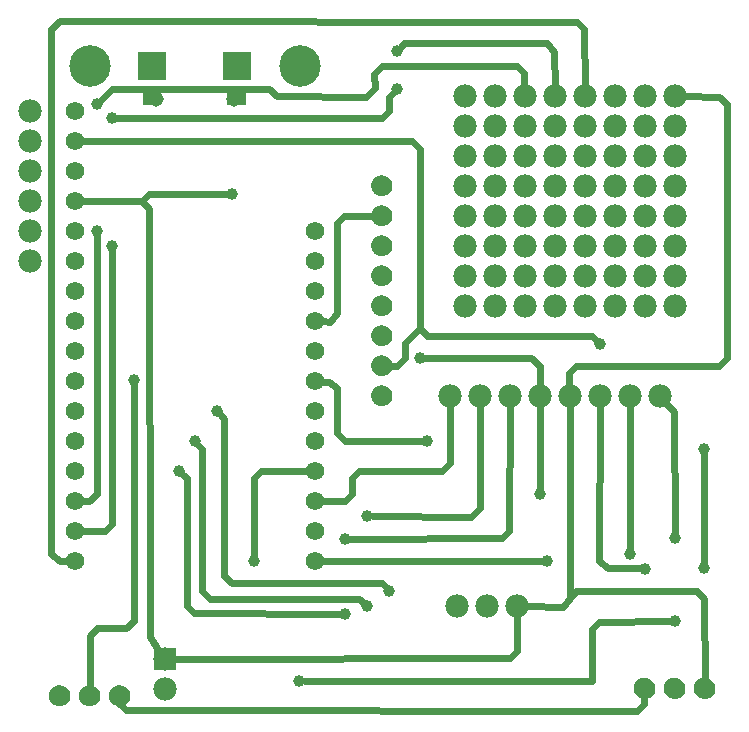
<source format=gbl>
G04 MADE WITH FRITZING*
G04 WWW.FRITZING.ORG*
G04 DOUBLE SIDED*
G04 HOLES PLATED*
G04 CONTOUR ON CENTER OF CONTOUR VECTOR*
%ASAXBY*%
%FSLAX23Y23*%
%MOIN*%
%OFA0B0*%
%SFA1.0B1.0*%
%ADD10C,0.138425*%
%ADD11C,0.095000*%
%ADD12C,0.051496*%
%ADD13C,0.062000*%
%ADD14C,0.078000*%
%ADD15C,0.070000*%
%ADD16C,0.039370*%
%ADD17R,0.095000X0.095000*%
%ADD18R,0.078000X0.078000*%
%ADD19C,0.024000*%
%ADD20R,0.001000X0.001000*%
%LNCOPPER0*%
G90*
G70*
G54D10*
X276Y2235D03*
G54D11*
X767Y2235D03*
G54D12*
X756Y2125D03*
G54D13*
X226Y585D03*
X226Y685D03*
X226Y785D03*
X226Y885D03*
X226Y985D03*
X226Y1085D03*
X226Y1185D03*
X226Y1285D03*
X226Y1385D03*
G54D10*
X976Y2235D03*
G54D13*
X226Y1485D03*
X226Y1585D03*
X226Y1685D03*
X226Y1785D03*
X226Y1885D03*
X226Y1985D03*
X226Y2085D03*
X1026Y1685D03*
X1026Y1585D03*
X1026Y1485D03*
X1026Y1385D03*
X1026Y1285D03*
X1026Y1185D03*
X1026Y1085D03*
X1026Y985D03*
X1026Y885D03*
X1026Y785D03*
X1026Y685D03*
X1026Y585D03*
G54D12*
X496Y2125D03*
G54D11*
X484Y2235D03*
G54D14*
X76Y2085D03*
X76Y1985D03*
X76Y1885D03*
X76Y1785D03*
X76Y1685D03*
X76Y1585D03*
G54D15*
X176Y135D03*
X276Y135D03*
X376Y135D03*
G54D16*
X423Y1188D03*
G54D15*
X1251Y1835D03*
X1251Y1735D03*
X1251Y1635D03*
X1251Y1535D03*
X1251Y1435D03*
X1251Y1335D03*
X1251Y1235D03*
X1251Y1135D03*
G54D16*
X2226Y662D03*
X1376Y1261D03*
X751Y1809D03*
X1802Y585D03*
X2076Y609D03*
X575Y886D03*
X1126Y410D03*
X1126Y660D03*
X626Y985D03*
X1201Y435D03*
X1201Y735D03*
G54D14*
X1476Y1135D03*
X1576Y1135D03*
X1676Y1135D03*
X1776Y1135D03*
X1876Y1135D03*
X1976Y1135D03*
X2076Y1135D03*
X2176Y1135D03*
G54D16*
X701Y1085D03*
X1275Y485D03*
X1776Y810D03*
X825Y585D03*
X974Y186D03*
X2226Y385D03*
X1400Y987D03*
X2325Y959D03*
X2325Y561D03*
X302Y1687D03*
X301Y2110D03*
X350Y1635D03*
X350Y2061D03*
X1301Y2160D03*
X1301Y2285D03*
X1976Y1310D03*
X2126Y560D03*
G54D14*
X526Y260D03*
X526Y160D03*
G54D15*
X2126Y160D03*
X2226Y160D03*
X2326Y160D03*
G54D14*
X2126Y2135D03*
X2126Y2035D03*
X2126Y1935D03*
X2126Y1835D03*
X2126Y1735D03*
X2126Y1635D03*
X2126Y1535D03*
X2126Y1435D03*
X2126Y2135D03*
X2126Y2035D03*
X2126Y1935D03*
X2126Y1835D03*
X2126Y1735D03*
X2126Y1635D03*
X2126Y1535D03*
X2126Y1435D03*
X2226Y1435D03*
X2226Y1535D03*
X2226Y1635D03*
X2226Y1735D03*
X2226Y1835D03*
X2226Y1935D03*
X2226Y2035D03*
X2226Y2135D03*
X1926Y2135D03*
X1926Y2035D03*
X1926Y1935D03*
X1926Y1835D03*
X1926Y1735D03*
X1926Y1635D03*
X1926Y1535D03*
X1926Y1435D03*
X1926Y2135D03*
X1926Y2035D03*
X1926Y1935D03*
X1926Y1835D03*
X1926Y1735D03*
X1926Y1635D03*
X1926Y1535D03*
X1926Y1435D03*
X2026Y1435D03*
X2026Y1535D03*
X2026Y1635D03*
X2026Y1735D03*
X2026Y1835D03*
X2026Y1935D03*
X2026Y2035D03*
X2026Y2135D03*
X1726Y2135D03*
X1726Y2035D03*
X1726Y1935D03*
X1726Y1835D03*
X1726Y1735D03*
X1726Y1635D03*
X1726Y1535D03*
X1726Y1435D03*
X1726Y2135D03*
X1726Y2035D03*
X1726Y1935D03*
X1726Y1835D03*
X1726Y1735D03*
X1726Y1635D03*
X1726Y1535D03*
X1726Y1435D03*
X1826Y1435D03*
X1826Y1535D03*
X1826Y1635D03*
X1826Y1735D03*
X1826Y1835D03*
X1826Y1935D03*
X1826Y2035D03*
X1826Y2135D03*
X1526Y2135D03*
X1526Y2035D03*
X1526Y1935D03*
X1526Y1835D03*
X1526Y1735D03*
X1526Y1635D03*
X1526Y1535D03*
X1526Y1435D03*
X1526Y2135D03*
X1526Y2035D03*
X1526Y1935D03*
X1526Y1835D03*
X1526Y1735D03*
X1526Y1635D03*
X1526Y1535D03*
X1526Y1435D03*
X1626Y1435D03*
X1626Y1535D03*
X1626Y1635D03*
X1626Y1735D03*
X1626Y1835D03*
X1626Y1935D03*
X1626Y2035D03*
X1626Y2135D03*
X1701Y435D03*
X1601Y435D03*
X1501Y435D03*
G54D17*
X767Y2235D03*
X484Y2235D03*
G54D18*
X526Y260D03*
G54D19*
X301Y361D02*
X399Y361D01*
D02*
X277Y337D02*
X301Y361D01*
D02*
X399Y361D02*
X423Y386D01*
D02*
X423Y386D02*
X423Y1169D01*
D02*
X276Y162D02*
X277Y337D01*
D02*
X2100Y86D02*
X399Y88D01*
D02*
X2125Y110D02*
X2100Y86D01*
D02*
X399Y88D02*
X374Y112D01*
D02*
X374Y112D02*
X374Y109D01*
D02*
X2125Y134D02*
X2125Y110D01*
D02*
X1125Y1735D02*
X1225Y1735D01*
D02*
X1101Y1711D02*
X1125Y1735D01*
D02*
X1101Y1411D02*
X1101Y1711D01*
D02*
X1076Y1384D02*
X1101Y1411D01*
D02*
X1054Y1385D02*
X1076Y1384D01*
D02*
X1776Y1235D02*
X1776Y1166D01*
D02*
X1749Y1261D02*
X1776Y1235D01*
D02*
X1395Y1261D02*
X1749Y1261D01*
D02*
X474Y1809D02*
X732Y1809D01*
D02*
X451Y1785D02*
X474Y1809D01*
D02*
X1302Y1235D02*
X1277Y1235D01*
D02*
X1326Y1261D02*
X1302Y1235D01*
D02*
X1326Y1312D02*
X1326Y1261D01*
D02*
X1376Y1362D02*
X1326Y1312D01*
D02*
X1783Y585D02*
X1054Y585D01*
D02*
X2076Y1105D02*
X2076Y628D01*
D02*
X1676Y1105D02*
X1674Y685D01*
D02*
X1674Y685D02*
X1650Y661D01*
D02*
X1650Y661D02*
X1145Y660D01*
D02*
X1107Y410D02*
X624Y412D01*
D02*
X624Y412D02*
X600Y436D01*
D02*
X600Y436D02*
X600Y862D01*
D02*
X600Y862D02*
X589Y873D01*
D02*
X1175Y460D02*
X676Y460D01*
D02*
X1576Y1105D02*
X1577Y762D01*
D02*
X1577Y762D02*
X1549Y734D01*
D02*
X1549Y734D02*
X1220Y735D01*
D02*
X1187Y449D02*
X1175Y460D01*
D02*
X676Y460D02*
X652Y485D01*
D02*
X652Y485D02*
X652Y959D01*
D02*
X652Y959D02*
X639Y972D01*
D02*
X1776Y829D02*
X1776Y1105D01*
D02*
X1251Y512D02*
X1263Y499D01*
D02*
X752Y512D02*
X1251Y512D01*
D02*
X725Y536D02*
X752Y512D01*
D02*
X725Y1060D02*
X725Y536D01*
D02*
X714Y1072D02*
X725Y1060D01*
D02*
X1476Y911D02*
X1476Y1105D01*
D02*
X1452Y886D02*
X1476Y911D01*
D02*
X1175Y886D02*
X1452Y886D01*
D02*
X1151Y862D02*
X1175Y886D01*
D02*
X1151Y810D02*
X1151Y862D01*
D02*
X1126Y786D02*
X1151Y810D01*
D02*
X1054Y786D02*
X1126Y786D01*
D02*
X849Y886D02*
X825Y862D01*
D02*
X825Y862D02*
X825Y604D01*
D02*
X997Y886D02*
X849Y886D01*
D02*
X1951Y360D02*
X1975Y384D01*
D02*
X1975Y384D02*
X2207Y385D01*
D02*
X1951Y186D02*
X1951Y360D01*
D02*
X2225Y1084D02*
X2197Y1114D01*
D02*
X2226Y681D02*
X2225Y1084D01*
D02*
X993Y186D02*
X1951Y186D01*
D02*
X1126Y986D02*
X1381Y987D01*
D02*
X1100Y1012D02*
X1126Y986D01*
D02*
X1100Y1161D02*
X1100Y1012D01*
D02*
X1074Y1184D02*
X1100Y1161D01*
D02*
X1054Y1184D02*
X1074Y1184D01*
D02*
X2325Y940D02*
X2325Y580D01*
D02*
X274Y786D02*
X254Y786D01*
D02*
X1725Y2211D02*
X1701Y2235D01*
D02*
X1701Y2235D02*
X1251Y2235D01*
D02*
X1225Y2209D02*
X1227Y2162D01*
D02*
X1251Y2235D02*
X1225Y2209D01*
D02*
X1227Y2162D02*
X1199Y2134D01*
D02*
X1199Y2134D02*
X1199Y2134D01*
D02*
X901Y2136D02*
X875Y2160D01*
D02*
X875Y2160D02*
X350Y2160D01*
D02*
X1199Y2134D02*
X901Y2136D01*
D02*
X350Y2160D02*
X314Y2124D01*
D02*
X302Y1668D02*
X302Y810D01*
D02*
X302Y810D02*
X274Y786D01*
D02*
X1725Y2166D02*
X1725Y2211D01*
D02*
X350Y1616D02*
X350Y710D01*
D02*
X350Y710D02*
X326Y685D01*
D02*
X326Y685D02*
X254Y685D01*
D02*
X1825Y2284D02*
X1801Y2311D01*
D02*
X1801Y2311D02*
X1324Y2311D01*
D02*
X1324Y2311D02*
X1314Y2299D01*
D02*
X1288Y2147D02*
X1275Y2134D01*
D02*
X1275Y2134D02*
X1275Y2085D01*
D02*
X1275Y2085D02*
X1251Y2061D01*
D02*
X1251Y2061D02*
X369Y2061D01*
D02*
X1826Y2166D02*
X1825Y2284D01*
D02*
X1925Y2360D02*
X1901Y2384D01*
D02*
X1901Y2384D02*
X177Y2387D01*
D02*
X177Y2387D02*
X149Y2359D01*
D02*
X149Y2359D02*
X149Y609D01*
D02*
X1926Y2166D02*
X1925Y2360D01*
D02*
X149Y609D02*
X177Y585D01*
D02*
X177Y585D02*
X197Y585D01*
D02*
X2374Y2134D02*
X2402Y2110D01*
D02*
X2402Y2110D02*
X2402Y1261D01*
D02*
X2402Y1261D02*
X2374Y1236D01*
D02*
X2374Y1236D02*
X1899Y1236D01*
D02*
X1899Y1236D02*
X1875Y1212D01*
D02*
X1875Y1212D02*
X1875Y1166D01*
D02*
X2256Y2135D02*
X2374Y2134D01*
D02*
X1951Y1337D02*
X1963Y1324D01*
D02*
X1402Y1335D02*
X1951Y1337D01*
D02*
X1376Y1362D02*
X1402Y1335D01*
D02*
X1376Y1959D02*
X1376Y1362D01*
D02*
X1352Y1986D02*
X1376Y1959D01*
D02*
X254Y1985D02*
X1352Y1986D01*
D02*
X2004Y562D02*
X1973Y586D01*
D02*
X1973Y586D02*
X1976Y1105D01*
D02*
X2107Y561D02*
X2004Y562D01*
D02*
X477Y334D02*
X509Y286D01*
D02*
X474Y1759D02*
X477Y334D01*
D02*
X451Y1785D02*
X474Y1759D01*
D02*
X226Y1785D02*
X451Y1785D01*
D02*
X1701Y285D02*
X1701Y405D01*
D02*
X1676Y261D02*
X1701Y285D01*
D02*
X556Y260D02*
X1676Y261D01*
D02*
X1877Y463D02*
X1876Y1105D01*
D02*
X1854Y433D02*
X1877Y463D01*
D02*
X1731Y435D02*
X1854Y433D01*
D02*
X2325Y460D02*
X2326Y187D01*
D02*
X2301Y485D02*
X2325Y460D01*
D02*
X1899Y485D02*
X2301Y485D01*
D02*
X1877Y463D02*
X1899Y485D01*
G54D20*
X454Y2146D02*
X490Y2146D01*
X501Y2146D02*
X515Y2146D01*
X735Y2146D02*
X749Y2146D01*
X760Y2146D02*
X796Y2146D01*
X454Y2145D02*
X486Y2145D01*
X504Y2145D02*
X515Y2145D01*
X735Y2145D02*
X746Y2145D01*
X764Y2145D02*
X796Y2145D01*
X454Y2144D02*
X485Y2144D01*
X506Y2144D02*
X515Y2144D01*
X735Y2144D02*
X744Y2144D01*
X765Y2144D02*
X796Y2144D01*
X454Y2143D02*
X483Y2143D01*
X507Y2143D02*
X515Y2143D01*
X735Y2143D02*
X743Y2143D01*
X767Y2143D02*
X796Y2143D01*
X454Y2142D02*
X482Y2142D01*
X509Y2142D02*
X515Y2142D01*
X735Y2142D02*
X741Y2142D01*
X768Y2142D02*
X796Y2142D01*
X454Y2141D02*
X480Y2141D01*
X510Y2141D02*
X515Y2141D01*
X735Y2141D02*
X740Y2141D01*
X770Y2141D02*
X796Y2141D01*
X454Y2140D02*
X479Y2140D01*
X511Y2140D02*
X515Y2140D01*
X735Y2140D02*
X739Y2140D01*
X771Y2140D02*
X796Y2140D01*
X454Y2139D02*
X479Y2139D01*
X512Y2139D02*
X515Y2139D01*
X735Y2139D02*
X738Y2139D01*
X771Y2139D02*
X796Y2139D01*
X454Y2138D02*
X478Y2138D01*
X512Y2138D02*
X515Y2138D01*
X735Y2138D02*
X738Y2138D01*
X772Y2138D02*
X796Y2138D01*
X454Y2137D02*
X477Y2137D01*
X513Y2137D02*
X515Y2137D01*
X735Y2137D02*
X737Y2137D01*
X773Y2137D02*
X796Y2137D01*
X454Y2136D02*
X477Y2136D01*
X514Y2136D02*
X515Y2136D01*
X735Y2136D02*
X736Y2136D01*
X773Y2136D02*
X796Y2136D01*
X454Y2135D02*
X476Y2135D01*
X514Y2135D02*
X515Y2135D01*
X735Y2135D02*
X736Y2135D01*
X774Y2135D02*
X796Y2135D01*
X454Y2134D02*
X476Y2134D01*
X515Y2134D02*
X515Y2134D01*
X735Y2134D02*
X735Y2134D01*
X774Y2134D02*
X796Y2134D01*
X454Y2133D02*
X475Y2133D01*
X515Y2133D02*
X515Y2133D01*
X735Y2133D02*
X735Y2133D01*
X775Y2133D02*
X796Y2133D01*
X454Y2132D02*
X475Y2132D01*
X515Y2132D02*
X515Y2132D01*
X735Y2132D02*
X735Y2132D01*
X775Y2132D02*
X796Y2132D01*
X454Y2131D02*
X475Y2131D01*
X775Y2131D02*
X796Y2131D01*
X454Y2130D02*
X474Y2130D01*
X776Y2130D02*
X796Y2130D01*
X454Y2129D02*
X474Y2129D01*
X776Y2129D02*
X796Y2129D01*
X454Y2128D02*
X474Y2128D01*
X776Y2128D02*
X796Y2128D01*
X454Y2127D02*
X474Y2127D01*
X776Y2127D02*
X796Y2127D01*
X454Y2126D02*
X474Y2126D01*
X776Y2126D02*
X796Y2126D01*
X454Y2125D02*
X474Y2125D01*
X776Y2125D02*
X796Y2125D01*
X454Y2124D02*
X474Y2124D01*
X776Y2124D02*
X796Y2124D01*
X454Y2123D02*
X474Y2123D01*
X776Y2123D02*
X796Y2123D01*
X454Y2122D02*
X474Y2122D01*
X776Y2122D02*
X796Y2122D01*
X454Y2121D02*
X475Y2121D01*
X775Y2121D02*
X796Y2121D01*
X454Y2120D02*
X475Y2120D01*
X515Y2120D02*
X515Y2120D01*
X735Y2120D02*
X735Y2120D01*
X775Y2120D02*
X796Y2120D01*
X454Y2119D02*
X475Y2119D01*
X515Y2119D02*
X515Y2119D01*
X735Y2119D02*
X735Y2119D01*
X775Y2119D02*
X796Y2119D01*
X454Y2118D02*
X475Y2118D01*
X515Y2118D02*
X515Y2118D01*
X735Y2118D02*
X735Y2118D01*
X775Y2118D02*
X796Y2118D01*
X454Y2117D02*
X476Y2117D01*
X514Y2117D02*
X515Y2117D01*
X735Y2117D02*
X736Y2117D01*
X774Y2117D02*
X796Y2117D01*
X454Y2116D02*
X477Y2116D01*
X514Y2116D02*
X515Y2116D01*
X735Y2116D02*
X736Y2116D01*
X773Y2116D02*
X796Y2116D01*
X454Y2115D02*
X477Y2115D01*
X513Y2115D02*
X515Y2115D01*
X735Y2115D02*
X737Y2115D01*
X773Y2115D02*
X796Y2115D01*
X454Y2114D02*
X478Y2114D01*
X513Y2114D02*
X515Y2114D01*
X735Y2114D02*
X737Y2114D01*
X772Y2114D02*
X796Y2114D01*
X454Y2113D02*
X479Y2113D01*
X512Y2113D02*
X515Y2113D01*
X735Y2113D02*
X738Y2113D01*
X771Y2113D02*
X796Y2113D01*
X454Y2112D02*
X479Y2112D01*
X511Y2112D02*
X515Y2112D01*
X735Y2112D02*
X739Y2112D01*
X771Y2112D02*
X796Y2112D01*
X454Y2111D02*
X480Y2111D01*
X510Y2111D02*
X515Y2111D01*
X735Y2111D02*
X740Y2111D01*
X770Y2111D02*
X796Y2111D01*
X454Y2110D02*
X481Y2110D01*
X509Y2110D02*
X515Y2110D01*
X735Y2110D02*
X741Y2110D01*
X769Y2110D02*
X796Y2110D01*
X454Y2109D02*
X483Y2109D01*
X508Y2109D02*
X515Y2109D01*
X735Y2109D02*
X742Y2109D01*
X767Y2109D02*
X796Y2109D01*
X454Y2108D02*
X484Y2108D01*
X506Y2108D02*
X515Y2108D01*
X735Y2108D02*
X744Y2108D01*
X766Y2108D02*
X796Y2108D01*
X454Y2107D02*
X486Y2107D01*
X504Y2107D02*
X515Y2107D01*
X735Y2107D02*
X746Y2107D01*
X764Y2107D02*
X796Y2107D01*
X454Y2106D02*
X489Y2106D01*
X501Y2106D02*
X515Y2106D01*
X735Y2106D02*
X749Y2106D01*
X761Y2106D02*
X796Y2106D01*
X1245Y1871D02*
X1254Y1871D01*
X1241Y1870D02*
X1259Y1870D01*
X1238Y1869D02*
X1262Y1869D01*
X1236Y1868D02*
X1264Y1868D01*
X1234Y1867D02*
X1266Y1867D01*
X1232Y1866D02*
X1268Y1866D01*
X1230Y1865D02*
X1269Y1865D01*
X1229Y1864D02*
X1271Y1864D01*
X1228Y1863D02*
X1272Y1863D01*
X1227Y1862D02*
X1273Y1862D01*
X1225Y1861D02*
X1274Y1861D01*
X1225Y1860D02*
X1275Y1860D01*
X1224Y1859D02*
X1276Y1859D01*
X1223Y1858D02*
X1277Y1858D01*
X1222Y1857D02*
X1278Y1857D01*
X1221Y1856D02*
X1278Y1856D01*
X1221Y1855D02*
X1279Y1855D01*
X1220Y1854D02*
X1279Y1854D01*
X1220Y1853D02*
X1280Y1853D01*
X1219Y1852D02*
X1280Y1852D01*
X1219Y1851D02*
X1245Y1851D01*
X1254Y1851D02*
X1281Y1851D01*
X1218Y1850D02*
X1243Y1850D01*
X1257Y1850D02*
X1281Y1850D01*
X1218Y1849D02*
X1241Y1849D01*
X1259Y1849D02*
X1282Y1849D01*
X1218Y1848D02*
X1240Y1848D01*
X1260Y1848D02*
X1282Y1848D01*
X1217Y1847D02*
X1239Y1847D01*
X1261Y1847D02*
X1283Y1847D01*
X1217Y1846D02*
X1238Y1846D01*
X1262Y1846D02*
X1283Y1846D01*
X1217Y1845D02*
X1237Y1845D01*
X1263Y1845D02*
X1283Y1845D01*
X1216Y1844D02*
X1236Y1844D01*
X1263Y1844D02*
X1283Y1844D01*
X1216Y1843D02*
X1236Y1843D01*
X1264Y1843D02*
X1284Y1843D01*
X1216Y1842D02*
X1235Y1842D01*
X1264Y1842D02*
X1284Y1842D01*
X1216Y1841D02*
X1235Y1841D01*
X1265Y1841D02*
X1284Y1841D01*
X1216Y1840D02*
X1235Y1840D01*
X1265Y1840D02*
X1284Y1840D01*
X1215Y1839D02*
X1235Y1839D01*
X1265Y1839D02*
X1284Y1839D01*
X1215Y1838D02*
X1234Y1838D01*
X1265Y1838D02*
X1284Y1838D01*
X1215Y1837D02*
X1234Y1837D01*
X1265Y1837D02*
X1284Y1837D01*
X1215Y1836D02*
X1234Y1836D01*
X1265Y1836D02*
X1284Y1836D01*
X1215Y1835D02*
X1234Y1835D01*
X1265Y1835D02*
X1284Y1835D01*
X1215Y1834D02*
X1235Y1834D01*
X1265Y1834D02*
X1284Y1834D01*
X1216Y1833D02*
X1235Y1833D01*
X1265Y1833D02*
X1284Y1833D01*
X1216Y1832D02*
X1235Y1832D01*
X1265Y1832D02*
X1284Y1832D01*
X1216Y1831D02*
X1235Y1831D01*
X1264Y1831D02*
X1284Y1831D01*
X1216Y1830D02*
X1236Y1830D01*
X1264Y1830D02*
X1284Y1830D01*
X1216Y1829D02*
X1236Y1829D01*
X1263Y1829D02*
X1283Y1829D01*
X1217Y1828D02*
X1237Y1828D01*
X1263Y1828D02*
X1283Y1828D01*
X1217Y1827D02*
X1238Y1827D01*
X1262Y1827D02*
X1283Y1827D01*
X1217Y1826D02*
X1239Y1826D01*
X1261Y1826D02*
X1283Y1826D01*
X1217Y1825D02*
X1240Y1825D01*
X1260Y1825D02*
X1282Y1825D01*
X1218Y1824D02*
X1241Y1824D01*
X1259Y1824D02*
X1282Y1824D01*
X1218Y1823D02*
X1242Y1823D01*
X1257Y1823D02*
X1281Y1823D01*
X1219Y1822D02*
X1245Y1822D01*
X1255Y1822D02*
X1281Y1822D01*
X1219Y1821D02*
X1281Y1821D01*
X1220Y1820D02*
X1280Y1820D01*
X1220Y1819D02*
X1279Y1819D01*
X1221Y1818D02*
X1279Y1818D01*
X1221Y1817D02*
X1278Y1817D01*
X1222Y1816D02*
X1278Y1816D01*
X1223Y1815D02*
X1277Y1815D01*
X1224Y1814D02*
X1276Y1814D01*
X1224Y1813D02*
X1275Y1813D01*
X1225Y1812D02*
X1274Y1812D01*
X1226Y1811D02*
X1273Y1811D01*
X1228Y1810D02*
X1272Y1810D01*
X1229Y1809D02*
X1271Y1809D01*
X1230Y1808D02*
X1270Y1808D01*
X1232Y1807D02*
X1268Y1807D01*
X1233Y1806D02*
X1266Y1806D01*
X1235Y1805D02*
X1264Y1805D01*
X1238Y1804D02*
X1262Y1804D01*
X1241Y1803D02*
X1259Y1803D01*
X1245Y1802D02*
X1255Y1802D01*
X1245Y1771D02*
X1254Y1771D01*
X1241Y1770D02*
X1259Y1770D01*
X1238Y1769D02*
X1262Y1769D01*
X1236Y1768D02*
X1264Y1768D01*
X1234Y1767D02*
X1266Y1767D01*
X1232Y1766D02*
X1268Y1766D01*
X1230Y1765D02*
X1269Y1765D01*
X1229Y1764D02*
X1271Y1764D01*
X1228Y1763D02*
X1272Y1763D01*
X1226Y1762D02*
X1273Y1762D01*
X1225Y1761D02*
X1274Y1761D01*
X1225Y1760D02*
X1275Y1760D01*
X1224Y1759D02*
X1276Y1759D01*
X1223Y1758D02*
X1277Y1758D01*
X1222Y1757D02*
X1278Y1757D01*
X1221Y1756D02*
X1278Y1756D01*
X1221Y1755D02*
X1279Y1755D01*
X1220Y1754D02*
X1279Y1754D01*
X1220Y1753D02*
X1280Y1753D01*
X1219Y1752D02*
X1280Y1752D01*
X1219Y1751D02*
X1245Y1751D01*
X1254Y1751D02*
X1281Y1751D01*
X1218Y1750D02*
X1243Y1750D01*
X1257Y1750D02*
X1281Y1750D01*
X1218Y1749D02*
X1241Y1749D01*
X1259Y1749D02*
X1282Y1749D01*
X1218Y1748D02*
X1240Y1748D01*
X1260Y1748D02*
X1282Y1748D01*
X1217Y1747D02*
X1239Y1747D01*
X1261Y1747D02*
X1283Y1747D01*
X1217Y1746D02*
X1238Y1746D01*
X1262Y1746D02*
X1283Y1746D01*
X1217Y1745D02*
X1237Y1745D01*
X1263Y1745D02*
X1283Y1745D01*
X1216Y1744D02*
X1236Y1744D01*
X1263Y1744D02*
X1283Y1744D01*
X1216Y1743D02*
X1236Y1743D01*
X1264Y1743D02*
X1284Y1743D01*
X1216Y1742D02*
X1235Y1742D01*
X1264Y1742D02*
X1284Y1742D01*
X1216Y1741D02*
X1235Y1741D01*
X1265Y1741D02*
X1284Y1741D01*
X1216Y1740D02*
X1235Y1740D01*
X1265Y1740D02*
X1284Y1740D01*
X1215Y1739D02*
X1235Y1739D01*
X1265Y1739D02*
X1284Y1739D01*
X1215Y1738D02*
X1234Y1738D01*
X1265Y1738D02*
X1284Y1738D01*
X1215Y1737D02*
X1234Y1737D01*
X1265Y1737D02*
X1284Y1737D01*
X1215Y1736D02*
X1234Y1736D01*
X1265Y1736D02*
X1284Y1736D01*
X1215Y1735D02*
X1234Y1735D01*
X1265Y1735D02*
X1284Y1735D01*
X1215Y1734D02*
X1235Y1734D01*
X1265Y1734D02*
X1284Y1734D01*
X1216Y1733D02*
X1235Y1733D01*
X1265Y1733D02*
X1284Y1733D01*
X1216Y1732D02*
X1235Y1732D01*
X1265Y1732D02*
X1284Y1732D01*
X1216Y1731D02*
X1235Y1731D01*
X1264Y1731D02*
X1284Y1731D01*
X1216Y1730D02*
X1236Y1730D01*
X1264Y1730D02*
X1284Y1730D01*
X1216Y1729D02*
X1236Y1729D01*
X1263Y1729D02*
X1283Y1729D01*
X1217Y1728D02*
X1237Y1728D01*
X1263Y1728D02*
X1283Y1728D01*
X1217Y1727D02*
X1238Y1727D01*
X1262Y1727D02*
X1283Y1727D01*
X1217Y1726D02*
X1239Y1726D01*
X1261Y1726D02*
X1283Y1726D01*
X1218Y1725D02*
X1240Y1725D01*
X1260Y1725D02*
X1282Y1725D01*
X1218Y1724D02*
X1241Y1724D01*
X1259Y1724D02*
X1282Y1724D01*
X1218Y1723D02*
X1243Y1723D01*
X1257Y1723D02*
X1281Y1723D01*
X1219Y1722D02*
X1245Y1722D01*
X1255Y1722D02*
X1281Y1722D01*
X1219Y1721D02*
X1280Y1721D01*
X1220Y1720D02*
X1280Y1720D01*
X1220Y1719D02*
X1279Y1719D01*
X1221Y1718D02*
X1279Y1718D01*
X1221Y1717D02*
X1278Y1717D01*
X1222Y1716D02*
X1278Y1716D01*
X1223Y1715D02*
X1277Y1715D01*
X1224Y1714D02*
X1276Y1714D01*
X1224Y1713D02*
X1275Y1713D01*
X1225Y1712D02*
X1274Y1712D01*
X1226Y1711D02*
X1273Y1711D01*
X1228Y1710D02*
X1272Y1710D01*
X1229Y1709D02*
X1271Y1709D01*
X1230Y1708D02*
X1269Y1708D01*
X1232Y1707D02*
X1268Y1707D01*
X1233Y1706D02*
X1266Y1706D01*
X1236Y1705D02*
X1264Y1705D01*
X1238Y1704D02*
X1262Y1704D01*
X1241Y1703D02*
X1259Y1703D01*
X1245Y1702D02*
X1255Y1702D01*
X1245Y1671D02*
X1254Y1671D01*
X1241Y1670D02*
X1259Y1670D01*
X1238Y1669D02*
X1262Y1669D01*
X1236Y1668D02*
X1264Y1668D01*
X1234Y1667D02*
X1266Y1667D01*
X1232Y1666D02*
X1268Y1666D01*
X1230Y1665D02*
X1269Y1665D01*
X1229Y1664D02*
X1271Y1664D01*
X1228Y1663D02*
X1272Y1663D01*
X1226Y1662D02*
X1273Y1662D01*
X1225Y1661D02*
X1274Y1661D01*
X1224Y1660D02*
X1275Y1660D01*
X1224Y1659D02*
X1276Y1659D01*
X1223Y1658D02*
X1277Y1658D01*
X1222Y1657D02*
X1278Y1657D01*
X1221Y1656D02*
X1278Y1656D01*
X1221Y1655D02*
X1279Y1655D01*
X1220Y1654D02*
X1279Y1654D01*
X1220Y1653D02*
X1280Y1653D01*
X1219Y1652D02*
X1280Y1652D01*
X1219Y1651D02*
X1245Y1651D01*
X1254Y1651D02*
X1281Y1651D01*
X1218Y1650D02*
X1243Y1650D01*
X1257Y1650D02*
X1281Y1650D01*
X1218Y1649D02*
X1241Y1649D01*
X1259Y1649D02*
X1282Y1649D01*
X1218Y1648D02*
X1240Y1648D01*
X1260Y1648D02*
X1282Y1648D01*
X1217Y1647D02*
X1239Y1647D01*
X1261Y1647D02*
X1283Y1647D01*
X1217Y1646D02*
X1238Y1646D01*
X1262Y1646D02*
X1283Y1646D01*
X1217Y1645D02*
X1237Y1645D01*
X1263Y1645D02*
X1283Y1645D01*
X1216Y1644D02*
X1236Y1644D01*
X1263Y1644D02*
X1283Y1644D01*
X1216Y1643D02*
X1236Y1643D01*
X1264Y1643D02*
X1284Y1643D01*
X1216Y1642D02*
X1235Y1642D01*
X1264Y1642D02*
X1284Y1642D01*
X1216Y1641D02*
X1235Y1641D01*
X1265Y1641D02*
X1284Y1641D01*
X1216Y1640D02*
X1235Y1640D01*
X1265Y1640D02*
X1284Y1640D01*
X1215Y1639D02*
X1235Y1639D01*
X1265Y1639D02*
X1284Y1639D01*
X1215Y1638D02*
X1234Y1638D01*
X1265Y1638D02*
X1284Y1638D01*
X1215Y1637D02*
X1234Y1637D01*
X1265Y1637D02*
X1284Y1637D01*
X1215Y1636D02*
X1234Y1636D01*
X1265Y1636D02*
X1284Y1636D01*
X1215Y1635D02*
X1234Y1635D01*
X1265Y1635D02*
X1284Y1635D01*
X1215Y1634D02*
X1235Y1634D01*
X1265Y1634D02*
X1284Y1634D01*
X1216Y1633D02*
X1235Y1633D01*
X1265Y1633D02*
X1284Y1633D01*
X1216Y1632D02*
X1235Y1632D01*
X1265Y1632D02*
X1284Y1632D01*
X1216Y1631D02*
X1235Y1631D01*
X1264Y1631D02*
X1284Y1631D01*
X1216Y1630D02*
X1236Y1630D01*
X1264Y1630D02*
X1284Y1630D01*
X1216Y1629D02*
X1236Y1629D01*
X1263Y1629D02*
X1283Y1629D01*
X1217Y1628D02*
X1237Y1628D01*
X1263Y1628D02*
X1283Y1628D01*
X1217Y1627D02*
X1238Y1627D01*
X1262Y1627D02*
X1283Y1627D01*
X1217Y1626D02*
X1239Y1626D01*
X1261Y1626D02*
X1283Y1626D01*
X1218Y1625D02*
X1240Y1625D01*
X1260Y1625D02*
X1282Y1625D01*
X1218Y1624D02*
X1241Y1624D01*
X1259Y1624D02*
X1282Y1624D01*
X1218Y1623D02*
X1243Y1623D01*
X1257Y1623D02*
X1281Y1623D01*
X1219Y1622D02*
X1245Y1622D01*
X1254Y1622D02*
X1281Y1622D01*
X1219Y1621D02*
X1280Y1621D01*
X1220Y1620D02*
X1280Y1620D01*
X1220Y1619D02*
X1279Y1619D01*
X1221Y1618D02*
X1279Y1618D01*
X1221Y1617D02*
X1278Y1617D01*
X1222Y1616D02*
X1278Y1616D01*
X1223Y1615D02*
X1277Y1615D01*
X1224Y1614D02*
X1276Y1614D01*
X1224Y1613D02*
X1275Y1613D01*
X1225Y1612D02*
X1274Y1612D01*
X1226Y1611D02*
X1273Y1611D01*
X1228Y1610D02*
X1272Y1610D01*
X1229Y1609D02*
X1271Y1609D01*
X1230Y1608D02*
X1269Y1608D01*
X1232Y1607D02*
X1268Y1607D01*
X1234Y1606D02*
X1266Y1606D01*
X1236Y1605D02*
X1264Y1605D01*
X1238Y1604D02*
X1262Y1604D01*
X1241Y1603D02*
X1259Y1603D01*
X1245Y1602D02*
X1255Y1602D01*
X1245Y1571D02*
X1255Y1571D01*
X1241Y1570D02*
X1259Y1570D01*
X1238Y1569D02*
X1262Y1569D01*
X1236Y1568D02*
X1264Y1568D01*
X1234Y1567D02*
X1266Y1567D01*
X1232Y1566D02*
X1268Y1566D01*
X1230Y1565D02*
X1269Y1565D01*
X1229Y1564D02*
X1271Y1564D01*
X1228Y1563D02*
X1272Y1563D01*
X1226Y1562D02*
X1273Y1562D01*
X1225Y1561D02*
X1274Y1561D01*
X1224Y1560D02*
X1275Y1560D01*
X1224Y1559D02*
X1276Y1559D01*
X1223Y1558D02*
X1277Y1558D01*
X1222Y1557D02*
X1278Y1557D01*
X1221Y1556D02*
X1278Y1556D01*
X1221Y1555D02*
X1279Y1555D01*
X1220Y1554D02*
X1279Y1554D01*
X1220Y1553D02*
X1280Y1553D01*
X1219Y1552D02*
X1280Y1552D01*
X1219Y1551D02*
X1245Y1551D01*
X1255Y1551D02*
X1281Y1551D01*
X1218Y1550D02*
X1243Y1550D01*
X1257Y1550D02*
X1281Y1550D01*
X1218Y1549D02*
X1241Y1549D01*
X1259Y1549D02*
X1282Y1549D01*
X1218Y1548D02*
X1240Y1548D01*
X1260Y1548D02*
X1282Y1548D01*
X1217Y1547D02*
X1239Y1547D01*
X1261Y1547D02*
X1283Y1547D01*
X1217Y1546D02*
X1238Y1546D01*
X1262Y1546D02*
X1283Y1546D01*
X1217Y1545D02*
X1237Y1545D01*
X1263Y1545D02*
X1283Y1545D01*
X1216Y1544D02*
X1236Y1544D01*
X1263Y1544D02*
X1283Y1544D01*
X1216Y1543D02*
X1236Y1543D01*
X1264Y1543D02*
X1284Y1543D01*
X1216Y1542D02*
X1235Y1542D01*
X1264Y1542D02*
X1284Y1542D01*
X1216Y1541D02*
X1235Y1541D01*
X1265Y1541D02*
X1284Y1541D01*
X1216Y1540D02*
X1235Y1540D01*
X1265Y1540D02*
X1284Y1540D01*
X1215Y1539D02*
X1235Y1539D01*
X1265Y1539D02*
X1284Y1539D01*
X1215Y1538D02*
X1234Y1538D01*
X1265Y1538D02*
X1284Y1538D01*
X1215Y1537D02*
X1234Y1537D01*
X1265Y1537D02*
X1284Y1537D01*
X1215Y1536D02*
X1234Y1536D01*
X1265Y1536D02*
X1284Y1536D01*
X1215Y1535D02*
X1234Y1535D01*
X1265Y1535D02*
X1284Y1535D01*
X1215Y1534D02*
X1235Y1534D01*
X1265Y1534D02*
X1284Y1534D01*
X1216Y1533D02*
X1235Y1533D01*
X1265Y1533D02*
X1284Y1533D01*
X1216Y1532D02*
X1235Y1532D01*
X1265Y1532D02*
X1284Y1532D01*
X1216Y1531D02*
X1235Y1531D01*
X1264Y1531D02*
X1284Y1531D01*
X1216Y1530D02*
X1236Y1530D01*
X1264Y1530D02*
X1284Y1530D01*
X1216Y1529D02*
X1236Y1529D01*
X1263Y1529D02*
X1283Y1529D01*
X1217Y1528D02*
X1237Y1528D01*
X1263Y1528D02*
X1283Y1528D01*
X1217Y1527D02*
X1238Y1527D01*
X1262Y1527D02*
X1283Y1527D01*
X1217Y1526D02*
X1239Y1526D01*
X1261Y1526D02*
X1283Y1526D01*
X1218Y1525D02*
X1240Y1525D01*
X1260Y1525D02*
X1282Y1525D01*
X1218Y1524D02*
X1241Y1524D01*
X1259Y1524D02*
X1282Y1524D01*
X1218Y1523D02*
X1243Y1523D01*
X1257Y1523D02*
X1281Y1523D01*
X1219Y1522D02*
X1245Y1522D01*
X1254Y1522D02*
X1281Y1522D01*
X1219Y1521D02*
X1280Y1521D01*
X1220Y1520D02*
X1280Y1520D01*
X1220Y1519D02*
X1279Y1519D01*
X1221Y1518D02*
X1279Y1518D01*
X1221Y1517D02*
X1278Y1517D01*
X1222Y1516D02*
X1278Y1516D01*
X1223Y1515D02*
X1277Y1515D01*
X1224Y1514D02*
X1276Y1514D01*
X1224Y1513D02*
X1275Y1513D01*
X1225Y1512D02*
X1274Y1512D01*
X1226Y1511D02*
X1273Y1511D01*
X1228Y1510D02*
X1272Y1510D01*
X1229Y1509D02*
X1271Y1509D01*
X1230Y1508D02*
X1269Y1508D01*
X1232Y1507D02*
X1268Y1507D01*
X1234Y1506D02*
X1266Y1506D01*
X1236Y1505D02*
X1264Y1505D01*
X1238Y1504D02*
X1262Y1504D01*
X1241Y1503D02*
X1259Y1503D01*
X1245Y1502D02*
X1254Y1502D01*
X1245Y1471D02*
X1255Y1471D01*
X1241Y1470D02*
X1259Y1470D01*
X1238Y1469D02*
X1262Y1469D01*
X1236Y1468D02*
X1264Y1468D01*
X1233Y1467D02*
X1266Y1467D01*
X1232Y1466D02*
X1268Y1466D01*
X1230Y1465D02*
X1270Y1465D01*
X1229Y1464D02*
X1271Y1464D01*
X1228Y1463D02*
X1272Y1463D01*
X1226Y1462D02*
X1273Y1462D01*
X1225Y1461D02*
X1274Y1461D01*
X1224Y1460D02*
X1275Y1460D01*
X1224Y1459D02*
X1276Y1459D01*
X1223Y1458D02*
X1277Y1458D01*
X1222Y1457D02*
X1278Y1457D01*
X1221Y1456D02*
X1278Y1456D01*
X1221Y1455D02*
X1279Y1455D01*
X1220Y1454D02*
X1279Y1454D01*
X1220Y1453D02*
X1280Y1453D01*
X1219Y1452D02*
X1281Y1452D01*
X1219Y1451D02*
X1245Y1451D01*
X1255Y1451D02*
X1281Y1451D01*
X1218Y1450D02*
X1242Y1450D01*
X1257Y1450D02*
X1281Y1450D01*
X1218Y1449D02*
X1241Y1449D01*
X1259Y1449D02*
X1282Y1449D01*
X1217Y1448D02*
X1240Y1448D01*
X1260Y1448D02*
X1282Y1448D01*
X1217Y1447D02*
X1239Y1447D01*
X1261Y1447D02*
X1283Y1447D01*
X1217Y1446D02*
X1238Y1446D01*
X1262Y1446D02*
X1283Y1446D01*
X1217Y1445D02*
X1237Y1445D01*
X1263Y1445D02*
X1283Y1445D01*
X1216Y1444D02*
X1236Y1444D01*
X1263Y1444D02*
X1283Y1444D01*
X1216Y1443D02*
X1236Y1443D01*
X1264Y1443D02*
X1284Y1443D01*
X1216Y1442D02*
X1235Y1442D01*
X1264Y1442D02*
X1284Y1442D01*
X1216Y1441D02*
X1235Y1441D01*
X1265Y1441D02*
X1284Y1441D01*
X1216Y1440D02*
X1235Y1440D01*
X1265Y1440D02*
X1284Y1440D01*
X1215Y1439D02*
X1235Y1439D01*
X1265Y1439D02*
X1284Y1439D01*
X1215Y1438D02*
X1234Y1438D01*
X1265Y1438D02*
X1284Y1438D01*
X1215Y1437D02*
X1234Y1437D01*
X1265Y1437D02*
X1284Y1437D01*
X1215Y1436D02*
X1234Y1436D01*
X1265Y1436D02*
X1284Y1436D01*
X1215Y1435D02*
X1234Y1435D01*
X1265Y1435D02*
X1284Y1435D01*
X1215Y1434D02*
X1235Y1434D01*
X1265Y1434D02*
X1284Y1434D01*
X1216Y1433D02*
X1235Y1433D01*
X1265Y1433D02*
X1284Y1433D01*
X1216Y1432D02*
X1235Y1432D01*
X1265Y1432D02*
X1284Y1432D01*
X1216Y1431D02*
X1235Y1431D01*
X1264Y1431D02*
X1284Y1431D01*
X1216Y1430D02*
X1236Y1430D01*
X1264Y1430D02*
X1284Y1430D01*
X1216Y1429D02*
X1236Y1429D01*
X1263Y1429D02*
X1283Y1429D01*
X1217Y1428D02*
X1237Y1428D01*
X1263Y1428D02*
X1283Y1428D01*
X1217Y1427D02*
X1238Y1427D01*
X1262Y1427D02*
X1283Y1427D01*
X1217Y1426D02*
X1239Y1426D01*
X1261Y1426D02*
X1283Y1426D01*
X1218Y1425D02*
X1240Y1425D01*
X1260Y1425D02*
X1282Y1425D01*
X1218Y1424D02*
X1241Y1424D01*
X1259Y1424D02*
X1282Y1424D01*
X1218Y1423D02*
X1243Y1423D01*
X1257Y1423D02*
X1281Y1423D01*
X1219Y1422D02*
X1245Y1422D01*
X1254Y1422D02*
X1281Y1422D01*
X1219Y1421D02*
X1280Y1421D01*
X1220Y1420D02*
X1280Y1420D01*
X1220Y1419D02*
X1279Y1419D01*
X1221Y1418D02*
X1279Y1418D01*
X1221Y1417D02*
X1278Y1417D01*
X1222Y1416D02*
X1278Y1416D01*
X1223Y1415D02*
X1277Y1415D01*
X1224Y1414D02*
X1276Y1414D01*
X1225Y1413D02*
X1275Y1413D01*
X1225Y1412D02*
X1274Y1412D01*
X1226Y1411D02*
X1273Y1411D01*
X1228Y1410D02*
X1272Y1410D01*
X1229Y1409D02*
X1271Y1409D01*
X1230Y1408D02*
X1269Y1408D01*
X1232Y1407D02*
X1268Y1407D01*
X1234Y1406D02*
X1266Y1406D01*
X1236Y1405D02*
X1264Y1405D01*
X1238Y1404D02*
X1262Y1404D01*
X1241Y1403D02*
X1259Y1403D01*
X1246Y1402D02*
X1254Y1402D01*
X1245Y1371D02*
X1255Y1371D01*
X1241Y1370D02*
X1259Y1370D01*
X1238Y1369D02*
X1262Y1369D01*
X1235Y1368D02*
X1264Y1368D01*
X1233Y1367D02*
X1266Y1367D01*
X1232Y1366D02*
X1268Y1366D01*
X1230Y1365D02*
X1270Y1365D01*
X1229Y1364D02*
X1271Y1364D01*
X1227Y1363D02*
X1272Y1363D01*
X1226Y1362D02*
X1273Y1362D01*
X1225Y1361D02*
X1274Y1361D01*
X1224Y1360D02*
X1275Y1360D01*
X1224Y1359D02*
X1276Y1359D01*
X1223Y1358D02*
X1277Y1358D01*
X1222Y1357D02*
X1278Y1357D01*
X1221Y1356D02*
X1278Y1356D01*
X1221Y1355D02*
X1279Y1355D01*
X1220Y1354D02*
X1279Y1354D01*
X1220Y1353D02*
X1280Y1353D01*
X1219Y1352D02*
X1281Y1352D01*
X1219Y1351D02*
X1245Y1351D01*
X1255Y1351D02*
X1281Y1351D01*
X1218Y1350D02*
X1242Y1350D01*
X1257Y1350D02*
X1281Y1350D01*
X1218Y1349D02*
X1241Y1349D01*
X1259Y1349D02*
X1282Y1349D01*
X1217Y1348D02*
X1240Y1348D01*
X1260Y1348D02*
X1282Y1348D01*
X1217Y1347D02*
X1239Y1347D01*
X1261Y1347D02*
X1283Y1347D01*
X1217Y1346D02*
X1238Y1346D01*
X1262Y1346D02*
X1283Y1346D01*
X1217Y1345D02*
X1237Y1345D01*
X1263Y1345D02*
X1283Y1345D01*
X1216Y1344D02*
X1236Y1344D01*
X1263Y1344D02*
X1283Y1344D01*
X1216Y1343D02*
X1236Y1343D01*
X1264Y1343D02*
X1284Y1343D01*
X1216Y1342D02*
X1235Y1342D01*
X1264Y1342D02*
X1284Y1342D01*
X1216Y1341D02*
X1235Y1341D01*
X1265Y1341D02*
X1284Y1341D01*
X1216Y1340D02*
X1235Y1340D01*
X1265Y1340D02*
X1284Y1340D01*
X1215Y1339D02*
X1235Y1339D01*
X1265Y1339D02*
X1284Y1339D01*
X1215Y1338D02*
X1234Y1338D01*
X1265Y1338D02*
X1284Y1338D01*
X1215Y1337D02*
X1234Y1337D01*
X1265Y1337D02*
X1284Y1337D01*
X1215Y1336D02*
X1234Y1336D01*
X1265Y1336D02*
X1284Y1336D01*
X1215Y1335D02*
X1234Y1335D01*
X1265Y1335D02*
X1284Y1335D01*
X1215Y1334D02*
X1235Y1334D01*
X1265Y1334D02*
X1284Y1334D01*
X1216Y1333D02*
X1235Y1333D01*
X1265Y1333D02*
X1284Y1333D01*
X1216Y1332D02*
X1235Y1332D01*
X1265Y1332D02*
X1284Y1332D01*
X1216Y1331D02*
X1235Y1331D01*
X1264Y1331D02*
X1284Y1331D01*
X1216Y1330D02*
X1236Y1330D01*
X1264Y1330D02*
X1284Y1330D01*
X1216Y1329D02*
X1236Y1329D01*
X1263Y1329D02*
X1283Y1329D01*
X1217Y1328D02*
X1237Y1328D01*
X1263Y1328D02*
X1283Y1328D01*
X1217Y1327D02*
X1238Y1327D01*
X1262Y1327D02*
X1283Y1327D01*
X1217Y1326D02*
X1239Y1326D01*
X1261Y1326D02*
X1283Y1326D01*
X1218Y1325D02*
X1240Y1325D01*
X1260Y1325D02*
X1282Y1325D01*
X1218Y1324D02*
X1241Y1324D01*
X1259Y1324D02*
X1282Y1324D01*
X1218Y1323D02*
X1243Y1323D01*
X1257Y1323D02*
X1281Y1323D01*
X1219Y1322D02*
X1245Y1322D01*
X1254Y1322D02*
X1281Y1322D01*
X1219Y1321D02*
X1280Y1321D01*
X1220Y1320D02*
X1280Y1320D01*
X1220Y1319D02*
X1279Y1319D01*
X1221Y1318D02*
X1279Y1318D01*
X1221Y1317D02*
X1278Y1317D01*
X1222Y1316D02*
X1277Y1316D01*
X1223Y1315D02*
X1277Y1315D01*
X1224Y1314D02*
X1276Y1314D01*
X1225Y1313D02*
X1275Y1313D01*
X1225Y1312D02*
X1274Y1312D01*
X1227Y1311D02*
X1273Y1311D01*
X1228Y1310D02*
X1272Y1310D01*
X1229Y1309D02*
X1271Y1309D01*
X1230Y1308D02*
X1269Y1308D01*
X1232Y1307D02*
X1268Y1307D01*
X1234Y1306D02*
X1266Y1306D01*
X1236Y1305D02*
X1264Y1305D01*
X1238Y1304D02*
X1262Y1304D01*
X1241Y1303D02*
X1259Y1303D01*
X1246Y1302D02*
X1254Y1302D01*
X1245Y1271D02*
X1255Y1271D01*
X1240Y1270D02*
X1259Y1270D01*
X1238Y1269D02*
X1262Y1269D01*
X1235Y1268D02*
X1264Y1268D01*
X1233Y1267D02*
X1266Y1267D01*
X1232Y1266D02*
X1268Y1266D01*
X1230Y1265D02*
X1270Y1265D01*
X1229Y1264D02*
X1271Y1264D01*
X1227Y1263D02*
X1272Y1263D01*
X1226Y1262D02*
X1273Y1262D01*
X1225Y1261D02*
X1274Y1261D01*
X1224Y1260D02*
X1275Y1260D01*
X1224Y1259D02*
X1276Y1259D01*
X1223Y1258D02*
X1277Y1258D01*
X1222Y1257D02*
X1278Y1257D01*
X1221Y1256D02*
X1278Y1256D01*
X1221Y1255D02*
X1279Y1255D01*
X1220Y1254D02*
X1280Y1254D01*
X1220Y1253D02*
X1280Y1253D01*
X1219Y1252D02*
X1281Y1252D01*
X1219Y1251D02*
X1245Y1251D01*
X1255Y1251D02*
X1281Y1251D01*
X1218Y1250D02*
X1242Y1250D01*
X1257Y1250D02*
X1281Y1250D01*
X1218Y1249D02*
X1241Y1249D01*
X1259Y1249D02*
X1282Y1249D01*
X1217Y1248D02*
X1240Y1248D01*
X1260Y1248D02*
X1282Y1248D01*
X1217Y1247D02*
X1239Y1247D01*
X1261Y1247D02*
X1283Y1247D01*
X1217Y1246D02*
X1238Y1246D01*
X1262Y1246D02*
X1283Y1246D01*
X1217Y1245D02*
X1237Y1245D01*
X1263Y1245D02*
X1283Y1245D01*
X1216Y1244D02*
X1236Y1244D01*
X1263Y1244D02*
X1283Y1244D01*
X1216Y1243D02*
X1236Y1243D01*
X1264Y1243D02*
X1284Y1243D01*
X1216Y1242D02*
X1235Y1242D01*
X1264Y1242D02*
X1284Y1242D01*
X1216Y1241D02*
X1235Y1241D01*
X1265Y1241D02*
X1284Y1241D01*
X1216Y1240D02*
X1235Y1240D01*
X1265Y1240D02*
X1284Y1240D01*
X1215Y1239D02*
X1235Y1239D01*
X1265Y1239D02*
X1284Y1239D01*
X1215Y1238D02*
X1234Y1238D01*
X1265Y1238D02*
X1284Y1238D01*
X1215Y1237D02*
X1234Y1237D01*
X1265Y1237D02*
X1284Y1237D01*
X1215Y1236D02*
X1234Y1236D01*
X1265Y1236D02*
X1284Y1236D01*
X1215Y1235D02*
X1234Y1235D01*
X1265Y1235D02*
X1284Y1235D01*
X1215Y1234D02*
X1235Y1234D01*
X1265Y1234D02*
X1284Y1234D01*
X1216Y1233D02*
X1235Y1233D01*
X1265Y1233D02*
X1284Y1233D01*
X1216Y1232D02*
X1235Y1232D01*
X1265Y1232D02*
X1284Y1232D01*
X1216Y1231D02*
X1235Y1231D01*
X1264Y1231D02*
X1284Y1231D01*
X1216Y1230D02*
X1236Y1230D01*
X1264Y1230D02*
X1284Y1230D01*
X1216Y1229D02*
X1236Y1229D01*
X1263Y1229D02*
X1283Y1229D01*
X1217Y1228D02*
X1237Y1228D01*
X1263Y1228D02*
X1283Y1228D01*
X1217Y1227D02*
X1238Y1227D01*
X1262Y1227D02*
X1283Y1227D01*
X1217Y1226D02*
X1239Y1226D01*
X1261Y1226D02*
X1283Y1226D01*
X1218Y1225D02*
X1240Y1225D01*
X1260Y1225D02*
X1282Y1225D01*
X1218Y1224D02*
X1241Y1224D01*
X1259Y1224D02*
X1282Y1224D01*
X1218Y1223D02*
X1243Y1223D01*
X1257Y1223D02*
X1281Y1223D01*
X1219Y1222D02*
X1246Y1222D01*
X1254Y1222D02*
X1281Y1222D01*
X1219Y1221D02*
X1280Y1221D01*
X1220Y1220D02*
X1280Y1220D01*
X1220Y1219D02*
X1279Y1219D01*
X1221Y1218D02*
X1279Y1218D01*
X1221Y1217D02*
X1278Y1217D01*
X1222Y1216D02*
X1277Y1216D01*
X1223Y1215D02*
X1277Y1215D01*
X1224Y1214D02*
X1276Y1214D01*
X1225Y1213D02*
X1275Y1213D01*
X1225Y1212D02*
X1274Y1212D01*
X1227Y1211D02*
X1273Y1211D01*
X1228Y1210D02*
X1272Y1210D01*
X1229Y1209D02*
X1271Y1209D01*
X1230Y1208D02*
X1269Y1208D01*
X1232Y1207D02*
X1268Y1207D01*
X1234Y1206D02*
X1266Y1206D01*
X1236Y1205D02*
X1264Y1205D01*
X1238Y1204D02*
X1261Y1204D01*
X1241Y1203D02*
X1258Y1203D01*
X1246Y1202D02*
X1254Y1202D01*
X1245Y1171D02*
X1255Y1171D01*
X1241Y1170D02*
X1259Y1170D01*
X1238Y1169D02*
X1262Y1169D01*
X1236Y1168D02*
X1264Y1168D01*
X1233Y1167D02*
X1266Y1167D01*
X1232Y1166D02*
X1268Y1166D01*
X1230Y1165D02*
X1270Y1165D01*
X1229Y1164D02*
X1271Y1164D01*
X1228Y1163D02*
X1272Y1163D01*
X1226Y1162D02*
X1273Y1162D01*
X1225Y1161D02*
X1274Y1161D01*
X1224Y1160D02*
X1275Y1160D01*
X1224Y1159D02*
X1276Y1159D01*
X1223Y1158D02*
X1277Y1158D01*
X1222Y1157D02*
X1278Y1157D01*
X1221Y1156D02*
X1278Y1156D01*
X1221Y1155D02*
X1279Y1155D01*
X1220Y1154D02*
X1279Y1154D01*
X1220Y1153D02*
X1280Y1153D01*
X1219Y1152D02*
X1281Y1152D01*
X1219Y1151D02*
X1245Y1151D01*
X1255Y1151D02*
X1281Y1151D01*
X1218Y1150D02*
X1242Y1150D01*
X1257Y1150D02*
X1281Y1150D01*
X1218Y1149D02*
X1241Y1149D01*
X1259Y1149D02*
X1282Y1149D01*
X1217Y1148D02*
X1240Y1148D01*
X1260Y1148D02*
X1282Y1148D01*
X1217Y1147D02*
X1239Y1147D01*
X1261Y1147D02*
X1283Y1147D01*
X1217Y1146D02*
X1238Y1146D01*
X1262Y1146D02*
X1283Y1146D01*
X1217Y1145D02*
X1237Y1145D01*
X1263Y1145D02*
X1283Y1145D01*
X1216Y1144D02*
X1236Y1144D01*
X1263Y1144D02*
X1283Y1144D01*
X1216Y1143D02*
X1236Y1143D01*
X1264Y1143D02*
X1284Y1143D01*
X1216Y1142D02*
X1235Y1142D01*
X1264Y1142D02*
X1284Y1142D01*
X1216Y1141D02*
X1235Y1141D01*
X1265Y1141D02*
X1284Y1141D01*
X1216Y1140D02*
X1235Y1140D01*
X1265Y1140D02*
X1284Y1140D01*
X1215Y1139D02*
X1235Y1139D01*
X1265Y1139D02*
X1284Y1139D01*
X1215Y1138D02*
X1234Y1138D01*
X1265Y1138D02*
X1284Y1138D01*
X1215Y1137D02*
X1234Y1137D01*
X1265Y1137D02*
X1284Y1137D01*
X1215Y1136D02*
X1234Y1136D01*
X1265Y1136D02*
X1284Y1136D01*
X1215Y1135D02*
X1234Y1135D01*
X1265Y1135D02*
X1284Y1135D01*
X1215Y1134D02*
X1235Y1134D01*
X1265Y1134D02*
X1284Y1134D01*
X1216Y1133D02*
X1235Y1133D01*
X1265Y1133D02*
X1284Y1133D01*
X1216Y1132D02*
X1235Y1132D01*
X1265Y1132D02*
X1284Y1132D01*
X1216Y1131D02*
X1235Y1131D01*
X1264Y1131D02*
X1284Y1131D01*
X1216Y1130D02*
X1236Y1130D01*
X1264Y1130D02*
X1284Y1130D01*
X1216Y1129D02*
X1236Y1129D01*
X1263Y1129D02*
X1283Y1129D01*
X1217Y1128D02*
X1237Y1128D01*
X1263Y1128D02*
X1283Y1128D01*
X1217Y1127D02*
X1238Y1127D01*
X1262Y1127D02*
X1283Y1127D01*
X1217Y1126D02*
X1239Y1126D01*
X1261Y1126D02*
X1283Y1126D01*
X1218Y1125D02*
X1240Y1125D01*
X1260Y1125D02*
X1282Y1125D01*
X1218Y1124D02*
X1241Y1124D01*
X1259Y1124D02*
X1282Y1124D01*
X1218Y1123D02*
X1243Y1123D01*
X1257Y1123D02*
X1281Y1123D01*
X1219Y1122D02*
X1245Y1122D01*
X1254Y1122D02*
X1281Y1122D01*
X1219Y1121D02*
X1280Y1121D01*
X1220Y1120D02*
X1280Y1120D01*
X1220Y1119D02*
X1279Y1119D01*
X1221Y1118D02*
X1279Y1118D01*
X1221Y1117D02*
X1278Y1117D01*
X1222Y1116D02*
X1278Y1116D01*
X1223Y1115D02*
X1277Y1115D01*
X1224Y1114D02*
X1276Y1114D01*
X1225Y1113D02*
X1275Y1113D01*
X1225Y1112D02*
X1274Y1112D01*
X1226Y1111D02*
X1273Y1111D01*
X1228Y1110D02*
X1272Y1110D01*
X1229Y1109D02*
X1271Y1109D01*
X1230Y1108D02*
X1269Y1108D01*
X1232Y1107D02*
X1268Y1107D01*
X1234Y1106D02*
X1266Y1106D01*
X1236Y1105D02*
X1264Y1105D01*
X1238Y1104D02*
X1262Y1104D01*
X1241Y1103D02*
X1259Y1103D01*
X1245Y1102D02*
X1254Y1102D01*
X2118Y196D02*
X2131Y196D01*
X2218Y196D02*
X2231Y196D01*
X2318Y196D02*
X2331Y196D01*
X2114Y195D02*
X2135Y195D01*
X2214Y195D02*
X2235Y195D01*
X2314Y195D02*
X2335Y195D01*
X2112Y194D02*
X2138Y194D01*
X2212Y194D02*
X2237Y194D01*
X2312Y194D02*
X2337Y194D01*
X2110Y193D02*
X2140Y193D01*
X2210Y193D02*
X2240Y193D01*
X2310Y193D02*
X2340Y193D01*
X2108Y192D02*
X2142Y192D01*
X2208Y192D02*
X2242Y192D01*
X2308Y192D02*
X2342Y192D01*
X2106Y191D02*
X2143Y191D01*
X2206Y191D02*
X2243Y191D01*
X2306Y191D02*
X2343Y191D01*
X2104Y190D02*
X2145Y190D01*
X2204Y190D02*
X2245Y190D01*
X2304Y190D02*
X2345Y190D01*
X2103Y189D02*
X2146Y189D01*
X2203Y189D02*
X2246Y189D01*
X2303Y189D02*
X2346Y189D01*
X2102Y188D02*
X2147Y188D01*
X2202Y188D02*
X2247Y188D01*
X2302Y188D02*
X2347Y188D01*
X2101Y187D02*
X2148Y187D01*
X2201Y187D02*
X2248Y187D01*
X2301Y187D02*
X2348Y187D01*
X2100Y186D02*
X2149Y186D01*
X2200Y186D02*
X2249Y186D01*
X2300Y186D02*
X2349Y186D01*
X2099Y185D02*
X2150Y185D01*
X2199Y185D02*
X2250Y185D01*
X2299Y185D02*
X2350Y185D01*
X2098Y184D02*
X2151Y184D01*
X2198Y184D02*
X2251Y184D01*
X2298Y184D02*
X2351Y184D01*
X2097Y183D02*
X2152Y183D01*
X2197Y183D02*
X2252Y183D01*
X2297Y183D02*
X2352Y183D01*
X2097Y182D02*
X2153Y182D01*
X2197Y182D02*
X2253Y182D01*
X2297Y182D02*
X2353Y182D01*
X2096Y181D02*
X2153Y181D01*
X2196Y181D02*
X2253Y181D01*
X2296Y181D02*
X2353Y181D01*
X2095Y180D02*
X2154Y180D01*
X2195Y180D02*
X2254Y180D01*
X2295Y180D02*
X2354Y180D01*
X2095Y179D02*
X2154Y179D01*
X2195Y179D02*
X2254Y179D01*
X2295Y179D02*
X2354Y179D01*
X2094Y178D02*
X2155Y178D01*
X2194Y178D02*
X2255Y178D01*
X2294Y178D02*
X2355Y178D01*
X2094Y177D02*
X2155Y177D01*
X2194Y177D02*
X2255Y177D01*
X2294Y177D02*
X2355Y177D01*
X2093Y176D02*
X2119Y176D01*
X2131Y176D02*
X2156Y176D01*
X2193Y176D02*
X2219Y176D01*
X2231Y176D02*
X2256Y176D01*
X2293Y176D02*
X2319Y176D01*
X2331Y176D02*
X2356Y176D01*
X2093Y175D02*
X2117Y175D01*
X2133Y175D02*
X2156Y175D01*
X2193Y175D02*
X2217Y175D01*
X2233Y175D02*
X2256Y175D01*
X2293Y175D02*
X2317Y175D01*
X2333Y175D02*
X2356Y175D01*
X2093Y174D02*
X2115Y174D01*
X2134Y174D02*
X2157Y174D01*
X2192Y174D02*
X2215Y174D01*
X2234Y174D02*
X2257Y174D01*
X2292Y174D02*
X2315Y174D01*
X2334Y174D02*
X2357Y174D01*
X2092Y173D02*
X2114Y173D01*
X2135Y173D02*
X2157Y173D01*
X2192Y173D02*
X2214Y173D01*
X2235Y173D02*
X2257Y173D01*
X2292Y173D02*
X2314Y173D01*
X2335Y173D02*
X2357Y173D01*
X2092Y172D02*
X2113Y172D01*
X2136Y172D02*
X2157Y172D01*
X2192Y172D02*
X2213Y172D01*
X2236Y172D02*
X2257Y172D01*
X2292Y172D02*
X2313Y172D01*
X2336Y172D02*
X2357Y172D01*
X168Y171D02*
X182Y171D01*
X268Y171D02*
X282Y171D01*
X368Y171D02*
X382Y171D01*
X2092Y171D02*
X2112Y171D01*
X2137Y171D02*
X2158Y171D01*
X2191Y171D02*
X2212Y171D01*
X2237Y171D02*
X2258Y171D01*
X2291Y171D02*
X2312Y171D01*
X2337Y171D02*
X2358Y171D01*
X165Y170D02*
X185Y170D01*
X265Y170D02*
X285Y170D01*
X365Y170D02*
X385Y170D01*
X2091Y170D02*
X2111Y170D01*
X2138Y170D02*
X2158Y170D01*
X2191Y170D02*
X2211Y170D01*
X2238Y170D02*
X2258Y170D01*
X2291Y170D02*
X2311Y170D01*
X2338Y170D02*
X2358Y170D01*
X162Y169D02*
X188Y169D01*
X262Y169D02*
X288Y169D01*
X362Y169D02*
X388Y169D01*
X2091Y169D02*
X2111Y169D01*
X2138Y169D02*
X2158Y169D01*
X2191Y169D02*
X2211Y169D01*
X2238Y169D02*
X2258Y169D01*
X2291Y169D02*
X2311Y169D01*
X2338Y169D02*
X2358Y169D01*
X160Y168D02*
X190Y168D01*
X260Y168D02*
X290Y168D01*
X360Y168D02*
X390Y168D01*
X2091Y168D02*
X2110Y168D01*
X2139Y168D02*
X2158Y168D01*
X2191Y168D02*
X2210Y168D01*
X2239Y168D02*
X2258Y168D01*
X2291Y168D02*
X2310Y168D01*
X2339Y168D02*
X2358Y168D01*
X158Y167D02*
X192Y167D01*
X258Y167D02*
X292Y167D01*
X358Y167D02*
X392Y167D01*
X2091Y167D02*
X2110Y167D01*
X2139Y167D02*
X2159Y167D01*
X2191Y167D02*
X2210Y167D01*
X2239Y167D02*
X2259Y167D01*
X2291Y167D02*
X2310Y167D01*
X2339Y167D02*
X2359Y167D01*
X156Y166D02*
X194Y166D01*
X256Y166D02*
X294Y166D01*
X356Y166D02*
X394Y166D01*
X2090Y166D02*
X2110Y166D01*
X2140Y166D02*
X2159Y166D01*
X2190Y166D02*
X2210Y166D01*
X2240Y166D02*
X2259Y166D01*
X2290Y166D02*
X2310Y166D01*
X2340Y166D02*
X2359Y166D01*
X155Y165D02*
X195Y165D01*
X255Y165D02*
X295Y165D01*
X355Y165D02*
X395Y165D01*
X2090Y165D02*
X2109Y165D01*
X2140Y165D02*
X2159Y165D01*
X2190Y165D02*
X2209Y165D01*
X2240Y165D02*
X2259Y165D01*
X2290Y165D02*
X2309Y165D01*
X2340Y165D02*
X2359Y165D01*
X154Y164D02*
X197Y164D01*
X254Y164D02*
X297Y164D01*
X354Y164D02*
X397Y164D01*
X2090Y164D02*
X2109Y164D01*
X2140Y164D02*
X2159Y164D01*
X2190Y164D02*
X2209Y164D01*
X2240Y164D02*
X2259Y164D01*
X2290Y164D02*
X2309Y164D01*
X2340Y164D02*
X2359Y164D01*
X152Y163D02*
X198Y163D01*
X252Y163D02*
X298Y163D01*
X352Y163D02*
X398Y163D01*
X2090Y163D02*
X2109Y163D01*
X2140Y163D02*
X2159Y163D01*
X2190Y163D02*
X2209Y163D01*
X2240Y163D02*
X2259Y163D01*
X2290Y163D02*
X2309Y163D01*
X2340Y163D02*
X2359Y163D01*
X151Y162D02*
X199Y162D01*
X251Y162D02*
X299Y162D01*
X351Y162D02*
X399Y162D01*
X2090Y162D02*
X2109Y162D01*
X2140Y162D02*
X2159Y162D01*
X2190Y162D02*
X2209Y162D01*
X2240Y162D02*
X2259Y162D01*
X2290Y162D02*
X2309Y162D01*
X2340Y162D02*
X2359Y162D01*
X150Y161D02*
X200Y161D01*
X250Y161D02*
X300Y161D01*
X350Y161D02*
X400Y161D01*
X2090Y161D02*
X2109Y161D01*
X2140Y161D02*
X2159Y161D01*
X2190Y161D02*
X2209Y161D01*
X2240Y161D02*
X2259Y161D01*
X2290Y161D02*
X2309Y161D01*
X2340Y161D02*
X2359Y161D01*
X149Y160D02*
X201Y160D01*
X249Y160D02*
X301Y160D01*
X349Y160D02*
X401Y160D01*
X2090Y160D02*
X2109Y160D01*
X2140Y160D02*
X2159Y160D01*
X2190Y160D02*
X2209Y160D01*
X2240Y160D02*
X2259Y160D01*
X2290Y160D02*
X2309Y160D01*
X2340Y160D02*
X2359Y160D01*
X149Y159D02*
X202Y159D01*
X249Y159D02*
X302Y159D01*
X349Y159D02*
X402Y159D01*
X2090Y159D02*
X2109Y159D01*
X2140Y159D02*
X2159Y159D01*
X2190Y159D02*
X2209Y159D01*
X2240Y159D02*
X2259Y159D01*
X2290Y159D02*
X2309Y159D01*
X2340Y159D02*
X2359Y159D01*
X148Y158D02*
X202Y158D01*
X248Y158D02*
X302Y158D01*
X348Y158D02*
X402Y158D01*
X2090Y158D02*
X2110Y158D01*
X2140Y158D02*
X2159Y158D01*
X2190Y158D02*
X2210Y158D01*
X2240Y158D02*
X2259Y158D01*
X2290Y158D02*
X2309Y158D01*
X2340Y158D02*
X2359Y158D01*
X147Y157D02*
X203Y157D01*
X247Y157D02*
X303Y157D01*
X347Y157D02*
X403Y157D01*
X2091Y157D02*
X2110Y157D01*
X2139Y157D02*
X2159Y157D01*
X2191Y157D02*
X2210Y157D01*
X2239Y157D02*
X2259Y157D01*
X2291Y157D02*
X2310Y157D01*
X2339Y157D02*
X2359Y157D01*
X146Y156D02*
X204Y156D01*
X246Y156D02*
X304Y156D01*
X346Y156D02*
X404Y156D01*
X2091Y156D02*
X2110Y156D01*
X2139Y156D02*
X2158Y156D01*
X2191Y156D02*
X2210Y156D01*
X2239Y156D02*
X2258Y156D01*
X2291Y156D02*
X2310Y156D01*
X2339Y156D02*
X2358Y156D01*
X146Y155D02*
X204Y155D01*
X246Y155D02*
X304Y155D01*
X346Y155D02*
X404Y155D01*
X2091Y155D02*
X2111Y155D01*
X2139Y155D02*
X2158Y155D01*
X2191Y155D02*
X2211Y155D01*
X2239Y155D02*
X2258Y155D01*
X2291Y155D02*
X2311Y155D01*
X2339Y155D02*
X2358Y155D01*
X145Y154D02*
X205Y154D01*
X245Y154D02*
X305Y154D01*
X345Y154D02*
X405Y154D01*
X2091Y154D02*
X2111Y154D01*
X2138Y154D02*
X2158Y154D01*
X2191Y154D02*
X2211Y154D01*
X2238Y154D02*
X2258Y154D01*
X2291Y154D02*
X2311Y154D01*
X2338Y154D02*
X2358Y154D01*
X145Y153D02*
X205Y153D01*
X245Y153D02*
X305Y153D01*
X345Y153D02*
X405Y153D01*
X2091Y153D02*
X2112Y153D01*
X2137Y153D02*
X2158Y153D01*
X2191Y153D02*
X2212Y153D01*
X2237Y153D02*
X2258Y153D01*
X2291Y153D02*
X2312Y153D01*
X2337Y153D02*
X2358Y153D01*
X144Y152D02*
X206Y152D01*
X244Y152D02*
X306Y152D01*
X344Y152D02*
X406Y152D01*
X2092Y152D02*
X2113Y152D01*
X2136Y152D02*
X2158Y152D01*
X2192Y152D02*
X2213Y152D01*
X2236Y152D02*
X2257Y152D01*
X2292Y152D02*
X2313Y152D01*
X2336Y152D02*
X2357Y152D01*
X144Y151D02*
X169Y151D01*
X181Y151D02*
X206Y151D01*
X244Y151D02*
X269Y151D01*
X281Y151D02*
X306Y151D01*
X344Y151D02*
X369Y151D01*
X381Y151D02*
X406Y151D01*
X2092Y151D02*
X2114Y151D01*
X2135Y151D02*
X2157Y151D01*
X2192Y151D02*
X2214Y151D01*
X2235Y151D02*
X2257Y151D01*
X2292Y151D02*
X2314Y151D01*
X2335Y151D02*
X2357Y151D01*
X143Y150D02*
X167Y150D01*
X183Y150D02*
X207Y150D01*
X243Y150D02*
X267Y150D01*
X283Y150D02*
X307Y150D01*
X343Y150D02*
X367Y150D01*
X383Y150D02*
X407Y150D01*
X2092Y150D02*
X2115Y150D01*
X2134Y150D02*
X2157Y150D01*
X2192Y150D02*
X2215Y150D01*
X2234Y150D02*
X2257Y150D01*
X2292Y150D02*
X2315Y150D01*
X2334Y150D02*
X2357Y150D01*
X143Y149D02*
X166Y149D01*
X184Y149D02*
X207Y149D01*
X243Y149D02*
X266Y149D01*
X284Y149D02*
X307Y149D01*
X343Y149D02*
X366Y149D01*
X384Y149D02*
X407Y149D01*
X2093Y149D02*
X2116Y149D01*
X2133Y149D02*
X2156Y149D01*
X2193Y149D02*
X2216Y149D01*
X2233Y149D02*
X2256Y149D01*
X2293Y149D02*
X2316Y149D01*
X2333Y149D02*
X2356Y149D01*
X143Y148D02*
X165Y148D01*
X186Y148D02*
X208Y148D01*
X243Y148D02*
X265Y148D01*
X286Y148D02*
X308Y148D01*
X343Y148D02*
X365Y148D01*
X386Y148D02*
X408Y148D01*
X2093Y148D02*
X2118Y148D01*
X2131Y148D02*
X2156Y148D01*
X2193Y148D02*
X2218Y148D01*
X2231Y148D02*
X2256Y148D01*
X2293Y148D02*
X2318Y148D01*
X2331Y148D02*
X2356Y148D01*
X142Y147D02*
X164Y147D01*
X187Y147D02*
X208Y147D01*
X242Y147D02*
X264Y147D01*
X287Y147D02*
X308Y147D01*
X342Y147D02*
X364Y147D01*
X387Y147D02*
X408Y147D01*
X2094Y147D02*
X2122Y147D01*
X2127Y147D02*
X2156Y147D01*
X2194Y147D02*
X2222Y147D01*
X2227Y147D02*
X2256Y147D01*
X2294Y147D02*
X2322Y147D01*
X2327Y147D02*
X2355Y147D01*
X142Y146D02*
X163Y146D01*
X188Y146D02*
X208Y146D01*
X242Y146D02*
X263Y146D01*
X287Y146D02*
X308Y146D01*
X342Y146D02*
X363Y146D01*
X387Y146D02*
X408Y146D01*
X2094Y146D02*
X2155Y146D01*
X2194Y146D02*
X2255Y146D01*
X2294Y146D02*
X2355Y146D01*
X142Y145D02*
X162Y145D01*
X188Y145D02*
X208Y145D01*
X242Y145D02*
X262Y145D01*
X288Y145D02*
X308Y145D01*
X342Y145D02*
X362Y145D01*
X388Y145D02*
X408Y145D01*
X2095Y145D02*
X2155Y145D01*
X2195Y145D02*
X2255Y145D01*
X2295Y145D02*
X2355Y145D01*
X141Y144D02*
X161Y144D01*
X189Y144D02*
X209Y144D01*
X241Y144D02*
X261Y144D01*
X289Y144D02*
X309Y144D01*
X341Y144D02*
X361Y144D01*
X389Y144D02*
X409Y144D01*
X2095Y144D02*
X2154Y144D01*
X2195Y144D02*
X2254Y144D01*
X2295Y144D02*
X2354Y144D01*
X141Y143D02*
X161Y143D01*
X189Y143D02*
X209Y143D01*
X241Y143D02*
X261Y143D01*
X289Y143D02*
X309Y143D01*
X341Y143D02*
X361Y143D01*
X389Y143D02*
X409Y143D01*
X2096Y143D02*
X2153Y143D01*
X2196Y143D02*
X2253Y143D01*
X2296Y143D02*
X2353Y143D01*
X141Y142D02*
X160Y142D01*
X190Y142D02*
X209Y142D01*
X241Y142D02*
X260Y142D01*
X290Y142D02*
X309Y142D01*
X341Y142D02*
X360Y142D01*
X390Y142D02*
X409Y142D01*
X2096Y142D02*
X2153Y142D01*
X2196Y142D02*
X2253Y142D01*
X2296Y142D02*
X2353Y142D01*
X141Y141D02*
X160Y141D01*
X190Y141D02*
X209Y141D01*
X241Y141D02*
X260Y141D01*
X290Y141D02*
X309Y141D01*
X341Y141D02*
X360Y141D01*
X390Y141D02*
X409Y141D01*
X2097Y141D02*
X2152Y141D01*
X2197Y141D02*
X2252Y141D01*
X2297Y141D02*
X2352Y141D01*
X141Y140D02*
X160Y140D01*
X190Y140D02*
X209Y140D01*
X241Y140D02*
X260Y140D01*
X290Y140D02*
X309Y140D01*
X341Y140D02*
X360Y140D01*
X390Y140D02*
X409Y140D01*
X2098Y140D02*
X2151Y140D01*
X2198Y140D02*
X2251Y140D01*
X2298Y140D02*
X2351Y140D01*
X141Y139D02*
X160Y139D01*
X190Y139D02*
X209Y139D01*
X241Y139D02*
X260Y139D01*
X290Y139D02*
X309Y139D01*
X341Y139D02*
X360Y139D01*
X390Y139D02*
X409Y139D01*
X2099Y139D02*
X2151Y139D01*
X2199Y139D02*
X2251Y139D01*
X2299Y139D02*
X2350Y139D01*
X141Y138D02*
X160Y138D01*
X191Y138D02*
X210Y138D01*
X241Y138D02*
X260Y138D01*
X290Y138D02*
X310Y138D01*
X341Y138D02*
X360Y138D01*
X390Y138D02*
X409Y138D01*
X2100Y138D02*
X2150Y138D01*
X2200Y138D02*
X2250Y138D01*
X2300Y138D02*
X2350Y138D01*
X141Y137D02*
X160Y137D01*
X191Y137D02*
X210Y137D01*
X241Y137D02*
X260Y137D01*
X291Y137D02*
X310Y137D01*
X341Y137D02*
X360Y137D01*
X391Y137D02*
X410Y137D01*
X2101Y137D02*
X2149Y137D01*
X2201Y137D02*
X2249Y137D01*
X2300Y137D02*
X2349Y137D01*
X141Y136D02*
X160Y136D01*
X191Y136D02*
X210Y136D01*
X241Y136D02*
X260Y136D01*
X291Y136D02*
X310Y136D01*
X341Y136D02*
X360Y136D01*
X390Y136D02*
X409Y136D01*
X2102Y136D02*
X2148Y136D01*
X2202Y136D02*
X2248Y136D01*
X2302Y136D02*
X2348Y136D01*
X141Y135D02*
X160Y135D01*
X190Y135D02*
X209Y135D01*
X241Y135D02*
X260Y135D01*
X290Y135D02*
X309Y135D01*
X341Y135D02*
X360Y135D01*
X390Y135D02*
X409Y135D01*
X2103Y135D02*
X2146Y135D01*
X2203Y135D02*
X2246Y135D01*
X2303Y135D02*
X2346Y135D01*
X141Y134D02*
X160Y134D01*
X190Y134D02*
X209Y134D01*
X241Y134D02*
X260Y134D01*
X290Y134D02*
X309Y134D01*
X341Y134D02*
X360Y134D01*
X390Y134D02*
X409Y134D01*
X2104Y134D02*
X2145Y134D01*
X2204Y134D02*
X2245Y134D01*
X2304Y134D02*
X2345Y134D01*
X141Y133D02*
X160Y133D01*
X190Y133D02*
X209Y133D01*
X241Y133D02*
X260Y133D01*
X290Y133D02*
X309Y133D01*
X341Y133D02*
X360Y133D01*
X390Y133D02*
X409Y133D01*
X2106Y133D02*
X2144Y133D01*
X2206Y133D02*
X2244Y133D01*
X2306Y133D02*
X2344Y133D01*
X141Y132D02*
X160Y132D01*
X190Y132D02*
X209Y132D01*
X241Y132D02*
X260Y132D01*
X290Y132D02*
X309Y132D01*
X341Y132D02*
X360Y132D01*
X390Y132D02*
X409Y132D01*
X2107Y132D02*
X2142Y132D01*
X2207Y132D02*
X2242Y132D01*
X2307Y132D02*
X2342Y132D01*
X141Y131D02*
X161Y131D01*
X190Y131D02*
X209Y131D01*
X241Y131D02*
X261Y131D01*
X290Y131D02*
X309Y131D01*
X341Y131D02*
X361Y131D01*
X390Y131D02*
X409Y131D01*
X2109Y131D02*
X2140Y131D01*
X2209Y131D02*
X2240Y131D01*
X2309Y131D02*
X2340Y131D01*
X141Y130D02*
X161Y130D01*
X189Y130D02*
X209Y130D01*
X241Y130D02*
X261Y130D01*
X289Y130D02*
X309Y130D01*
X341Y130D02*
X361Y130D01*
X389Y130D02*
X409Y130D01*
X2111Y130D02*
X2138Y130D01*
X2211Y130D02*
X2238Y130D01*
X2311Y130D02*
X2338Y130D01*
X142Y129D02*
X162Y129D01*
X188Y129D02*
X209Y129D01*
X242Y129D02*
X262Y129D01*
X288Y129D02*
X309Y129D01*
X342Y129D02*
X362Y129D01*
X388Y129D02*
X408Y129D01*
X2114Y129D02*
X2135Y129D01*
X2214Y129D02*
X2235Y129D01*
X2314Y129D02*
X2335Y129D01*
X142Y128D02*
X163Y128D01*
X188Y128D02*
X208Y128D01*
X242Y128D02*
X262Y128D01*
X288Y128D02*
X308Y128D01*
X342Y128D02*
X362Y128D01*
X388Y128D02*
X408Y128D01*
X2117Y128D02*
X2132Y128D01*
X2217Y128D02*
X2232Y128D01*
X2317Y128D02*
X2332Y128D01*
X142Y127D02*
X163Y127D01*
X187Y127D02*
X208Y127D01*
X242Y127D02*
X263Y127D01*
X287Y127D02*
X308Y127D01*
X342Y127D02*
X363Y127D01*
X387Y127D02*
X408Y127D01*
X2123Y127D02*
X2126Y127D01*
X2223Y127D02*
X2226Y127D01*
X2323Y127D02*
X2326Y127D01*
X143Y126D02*
X164Y126D01*
X186Y126D02*
X208Y126D01*
X243Y126D02*
X264Y126D01*
X286Y126D02*
X308Y126D01*
X343Y126D02*
X364Y126D01*
X386Y126D02*
X408Y126D01*
X143Y125D02*
X165Y125D01*
X185Y125D02*
X207Y125D01*
X243Y125D02*
X265Y125D01*
X285Y125D02*
X307Y125D01*
X343Y125D02*
X365Y125D01*
X385Y125D02*
X407Y125D01*
X143Y124D02*
X167Y124D01*
X183Y124D02*
X207Y124D01*
X243Y124D02*
X267Y124D01*
X283Y124D02*
X307Y124D01*
X343Y124D02*
X367Y124D01*
X383Y124D02*
X407Y124D01*
X144Y123D02*
X169Y123D01*
X182Y123D02*
X207Y123D01*
X244Y123D02*
X269Y123D01*
X282Y123D02*
X306Y123D01*
X344Y123D02*
X369Y123D01*
X382Y123D02*
X406Y123D01*
X144Y122D02*
X173Y122D01*
X177Y122D02*
X206Y122D01*
X244Y122D02*
X273Y122D01*
X277Y122D02*
X306Y122D01*
X344Y122D02*
X373Y122D01*
X377Y122D02*
X406Y122D01*
X145Y121D02*
X206Y121D01*
X245Y121D02*
X306Y121D01*
X345Y121D02*
X406Y121D01*
X145Y120D02*
X205Y120D01*
X245Y120D02*
X305Y120D01*
X345Y120D02*
X405Y120D01*
X146Y119D02*
X204Y119D01*
X246Y119D02*
X304Y119D01*
X346Y119D02*
X404Y119D01*
X146Y118D02*
X204Y118D01*
X246Y118D02*
X304Y118D01*
X346Y118D02*
X404Y118D01*
X147Y117D02*
X203Y117D01*
X247Y117D02*
X303Y117D01*
X347Y117D02*
X403Y117D01*
X148Y116D02*
X203Y116D01*
X248Y116D02*
X303Y116D01*
X348Y116D02*
X402Y116D01*
X148Y115D02*
X202Y115D01*
X248Y115D02*
X302Y115D01*
X348Y115D02*
X402Y115D01*
X149Y114D02*
X201Y114D01*
X249Y114D02*
X301Y114D01*
X349Y114D02*
X401Y114D01*
X150Y113D02*
X200Y113D01*
X250Y113D02*
X300Y113D01*
X350Y113D02*
X400Y113D01*
X151Y112D02*
X199Y112D01*
X251Y112D02*
X299Y112D01*
X351Y112D02*
X399Y112D01*
X152Y111D02*
X198Y111D01*
X252Y111D02*
X298Y111D01*
X352Y111D02*
X398Y111D01*
X153Y110D02*
X197Y110D01*
X253Y110D02*
X297Y110D01*
X353Y110D02*
X397Y110D01*
X155Y109D02*
X196Y109D01*
X255Y109D02*
X296Y109D01*
X355Y109D02*
X396Y109D01*
X156Y108D02*
X194Y108D01*
X256Y108D02*
X294Y108D01*
X356Y108D02*
X394Y108D01*
X158Y107D02*
X192Y107D01*
X258Y107D02*
X292Y107D01*
X358Y107D02*
X392Y107D01*
X160Y106D02*
X191Y106D01*
X260Y106D02*
X291Y106D01*
X360Y106D02*
X391Y106D01*
X162Y105D02*
X189Y105D01*
X262Y105D02*
X289Y105D01*
X362Y105D02*
X388Y105D01*
X164Y104D02*
X186Y104D01*
X264Y104D02*
X286Y104D01*
X364Y104D02*
X386Y104D01*
X168Y103D02*
X183Y103D01*
X268Y103D02*
X283Y103D01*
X368Y103D02*
X383Y103D01*
X174Y102D02*
X176Y102D01*
X274Y102D02*
X276Y102D01*
X374Y102D02*
X376Y102D01*
D02*
G04 End of Copper0*
M02*
</source>
